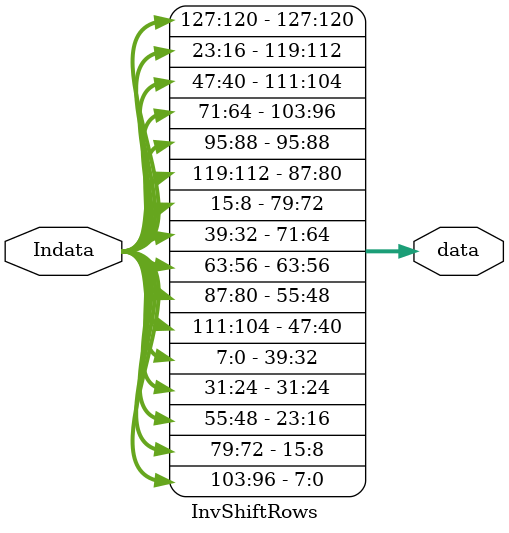
<source format=v>
module InvShiftRows(
						input wire[127:0] Indata,
						output[127:0] data
						);
						
//As done by omar


assign data[127:120] = Indata[127:120];  
assign data[87:80] =   Indata[119:112];
assign data[47:40] =   Indata[111:104];
assign data[7:0]  =    Indata[103:96];
   
assign data[95:88]  = Indata[95:88];
assign data[55:48]  = Indata[87:80];
assign data[15:8]   = Indata[79:72];
assign data[103:96] = Indata[71:64];
   
assign data[63:56] = Indata[63:56];
assign data[23:16] = Indata[55:48];
assign data[111:104] = Indata[47:40];
assign data[71:64] = Indata[39:32];
   
assign data[31:24] = Indata[31:24];
assign data[119:112] = Indata[23:16];
assign data[79:72] = Indata[15:8];
assign data[39:32] = Indata[7:0]; 


endmodule

</source>
